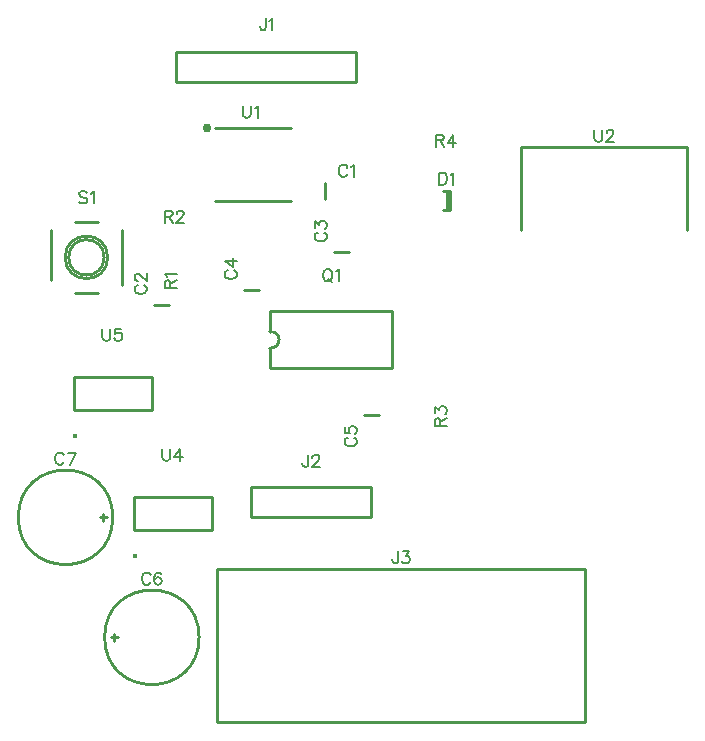
<source format=gto>
G04 DipTrace 2.4.0.2*
%INlaunchcam.GTO*%
%MOIN*%
%ADD10C,0.0098*%
%ADD21C,0.0295*%
%ADD26C,0.0154*%
%ADD73C,0.0062*%
%FSLAX44Y44*%
G04*
G70*
G90*
G75*
G01*
%LNTopSilk*%
%LPD*%
X15959Y25115D2*
D10*
Y25626D1*
X10752Y21583D2*
X10241D1*
X16752Y23333D2*
X16241D1*
X13752Y22083D2*
X13241D1*
X17241Y17910D2*
X17752D1*
X11761Y10497D2*
G02X11761Y10497I-1575J0D01*
G01*
X8926Y10379D2*
Y10615D1*
X8808Y10497D2*
X9044D1*
X10997Y29997D2*
X16996D1*
Y28997D1*
X10997D1*
Y29997D1*
X13497Y15497D2*
X17497D1*
Y14497D1*
X13497D1*
Y15497D1*
X7296Y23162D2*
G02X7296Y23162I709J0D01*
G01*
X9186Y22257D2*
Y24068D1*
X8399Y24343D2*
X7611D1*
X6823Y24068D2*
Y22414D1*
X7611Y21981D2*
X8399D1*
X7414Y23162D2*
G02X7414Y23162I591J0D01*
G01*
X14812Y25028D2*
X12292D1*
X14812Y27469D2*
X12292D1*
D21*
X12026Y27479D3*
X22506Y24076D2*
D10*
Y26831D1*
X28018D1*
Y24076D1*
D26*
X9613Y13195D3*
X9603Y14087D2*
D10*
X12201D1*
X9603Y15190D2*
X12201D1*
Y14087D2*
Y15190D1*
X9603Y14087D2*
Y15190D1*
X24637Y12779D2*
Y7679D1*
Y12779D2*
X12357D1*
X24637Y7679D2*
X12357D1*
Y12779D2*
Y7679D1*
D26*
X7613Y17195D3*
X7603Y18087D2*
D10*
X10201D1*
X7603Y19190D2*
X10201D1*
Y18087D2*
Y19190D1*
X7603Y18087D2*
Y19190D1*
X5733Y14497D2*
G02X5733Y14497I1575J0D01*
G01*
X8568Y14615D2*
Y14379D1*
X8686Y14497D2*
X8449D1*
X14113Y19469D2*
X18207D1*
X14113Y21359D2*
X18207D1*
Y19469D2*
Y21359D1*
X14113Y19469D2*
Y20138D1*
Y20690D2*
Y21359D1*
Y20138D2*
G03X14113Y20690I37J276D01*
G01*
X20115Y24733D2*
X19879D1*
X20115Y25363D2*
X19879D1*
X20040D2*
Y24733D1*
X20115Y25363D2*
Y24733D1*
X16702Y26156D2*
D73*
X16683Y26194D1*
X16644Y26233D1*
X16606Y26252D1*
X16530D1*
X16491Y26233D1*
X16453Y26194D1*
X16434Y26156D1*
X16415Y26099D1*
Y26003D1*
X16434Y25946D1*
X16453Y25907D1*
X16491Y25869D1*
X16530Y25850D1*
X16606D1*
X16644Y25869D1*
X16683Y25907D1*
X16702Y25946D1*
X16825Y26175D2*
X16864Y26194D1*
X16921Y26251D1*
Y25850D1*
X9711Y22240D2*
X9673Y22221D1*
X9635Y22182D1*
X9616Y22144D1*
Y22068D1*
X9635Y22029D1*
X9673Y21991D1*
X9711Y21972D1*
X9769Y21953D1*
X9865D1*
X9922Y21972D1*
X9960Y21991D1*
X9998Y22029D1*
X10018Y22068D1*
Y22144D1*
X9998Y22182D1*
X9960Y22221D1*
X9922Y22240D1*
X9712Y22383D2*
X9693D1*
X9654Y22402D1*
X9635Y22421D1*
X9616Y22459D1*
Y22536D1*
X9635Y22574D1*
X9654Y22593D1*
X9693Y22612D1*
X9731D1*
X9769Y22593D1*
X9826Y22555D1*
X10018Y22363D1*
Y22631D1*
X15711Y23990D2*
X15673Y23971D1*
X15635Y23932D1*
X15616Y23894D1*
Y23818D1*
X15635Y23779D1*
X15673Y23741D1*
X15711Y23722D1*
X15769Y23703D1*
X15865D1*
X15922Y23722D1*
X15960Y23741D1*
X15998Y23779D1*
X16018Y23818D1*
Y23894D1*
X15998Y23932D1*
X15960Y23971D1*
X15922Y23990D1*
X15616Y24152D2*
Y24362D1*
X15769Y24247D1*
Y24305D1*
X15788Y24343D1*
X15807Y24362D1*
X15865Y24381D1*
X15903D1*
X15960Y24362D1*
X15999Y24324D1*
X16018Y24266D1*
Y24209D1*
X15999Y24152D1*
X15979Y24133D1*
X15941Y24113D1*
X12711Y22730D2*
X12673Y22711D1*
X12635Y22673D1*
X12616Y22635D1*
Y22558D1*
X12635Y22520D1*
X12673Y22482D1*
X12711Y22462D1*
X12769Y22443D1*
X12865D1*
X12922Y22462D1*
X12960Y22482D1*
X12998Y22520D1*
X13018Y22558D1*
Y22635D1*
X12998Y22673D1*
X12960Y22711D1*
X12922Y22730D1*
X13018Y23045D2*
X12616D1*
X12884Y22854D1*
Y23141D1*
X16711Y17149D2*
X16673Y17130D1*
X16635Y17092D1*
X16616Y17054D1*
Y16977D1*
X16635Y16939D1*
X16673Y16901D1*
X16711Y16881D1*
X16769Y16862D1*
X16865D1*
X16922Y16881D1*
X16960Y16901D1*
X16998Y16939D1*
X17018Y16977D1*
Y17054D1*
X16998Y17092D1*
X16960Y17130D1*
X16922Y17149D1*
X16616Y17502D2*
Y17311D1*
X16788Y17292D1*
X16769Y17311D1*
X16750Y17369D1*
Y17426D1*
X16769Y17483D1*
X16807Y17522D1*
X16865Y17541D1*
X16903D1*
X16960Y17522D1*
X16999Y17483D1*
X17018Y17426D1*
Y17369D1*
X16999Y17311D1*
X16979Y17292D1*
X16941Y17273D1*
X10143Y12562D2*
X10124Y12600D1*
X10086Y12638D1*
X10048Y12657D1*
X9971D1*
X9933Y12638D1*
X9895Y12600D1*
X9875Y12562D1*
X9856Y12504D1*
Y12408D1*
X9875Y12351D1*
X9895Y12313D1*
X9933Y12275D1*
X9971Y12255D1*
X10048D1*
X10086Y12275D1*
X10124Y12313D1*
X10143Y12351D1*
X10496Y12600D2*
X10477Y12638D1*
X10420Y12657D1*
X10382D1*
X10324Y12638D1*
X10286Y12580D1*
X10267Y12485D1*
Y12389D1*
X10286Y12313D1*
X10324Y12274D1*
X10382Y12255D1*
X10401D1*
X10458Y12274D1*
X10496Y12313D1*
X10515Y12370D1*
Y12389D1*
X10496Y12447D1*
X10458Y12485D1*
X10401Y12504D1*
X10382D1*
X10324Y12485D1*
X10286Y12447D1*
X10267Y12389D1*
X13983Y31132D2*
Y30826D1*
X13964Y30768D1*
X13944Y30749D1*
X13906Y30730D1*
X13868D1*
X13830Y30749D1*
X13811Y30768D1*
X13791Y30826D1*
Y30864D1*
X14106Y31055D2*
X14145Y31074D1*
X14202Y31131D1*
Y30730D1*
X15397Y16583D2*
Y16277D1*
X15378Y16219D1*
X15358Y16200D1*
X15320Y16181D1*
X15282D1*
X15244Y16200D1*
X15225Y16219D1*
X15205Y16277D1*
Y16315D1*
X15540Y16487D2*
Y16506D1*
X15559Y16544D1*
X15578Y16563D1*
X15616Y16582D1*
X15693D1*
X15731Y16563D1*
X15750Y16544D1*
X15769Y16506D1*
Y16468D1*
X15750Y16429D1*
X15712Y16372D1*
X15520Y16181D1*
X15788D1*
X10799Y22131D2*
Y22303D1*
X10780Y22360D1*
X10761Y22380D1*
X10723Y22399D1*
X10684D1*
X10646Y22380D1*
X10627Y22360D1*
X10608Y22303D1*
Y22131D1*
X11010D1*
X10799Y22265D2*
X11010Y22399D1*
X10685Y22522D2*
X10665Y22561D1*
X10608Y22618D1*
X11010D1*
X10608Y24521D2*
X10780D1*
X10837Y24540D1*
X10857Y24559D1*
X10876Y24597D1*
Y24636D1*
X10857Y24674D1*
X10837Y24693D1*
X10780Y24712D1*
X10608D1*
Y24311D1*
X10742Y24521D2*
X10876Y24311D1*
X11019Y24616D2*
Y24635D1*
X11038Y24674D1*
X11057Y24693D1*
X11095Y24712D1*
X11172D1*
X11210Y24693D1*
X11229Y24674D1*
X11248Y24635D1*
Y24597D1*
X11229Y24559D1*
X11191Y24502D1*
X10999Y24311D1*
X11267D1*
X19807Y17541D2*
Y17713D1*
X19788Y17771D1*
X19769Y17790D1*
X19731Y17809D1*
X19692D1*
X19654Y17790D1*
X19635Y17771D1*
X19616Y17713D1*
Y17541D1*
X20018D1*
X19807Y17675D2*
X20018Y17809D1*
X19616Y17971D2*
Y18181D1*
X19769Y18066D1*
Y18124D1*
X19788Y18162D1*
X19807Y18181D1*
X19865Y18200D1*
X19903D1*
X19960Y18181D1*
X19999Y18143D1*
X20018Y18085D1*
Y18028D1*
X19999Y17971D1*
X19979Y17952D1*
X19941Y17932D1*
X8029Y25305D2*
X7991Y25343D1*
X7933Y25362D1*
X7857D1*
X7799Y25343D1*
X7761Y25305D1*
Y25267D1*
X7780Y25228D1*
X7799Y25209D1*
X7837Y25190D1*
X7952Y25152D1*
X7991Y25133D1*
X8010Y25113D1*
X8029Y25075D1*
Y25018D1*
X7991Y24980D1*
X7933Y24960D1*
X7857D1*
X7799Y24980D1*
X7761Y25018D1*
X8152Y25285D2*
X8191Y25305D1*
X8248Y25362D1*
Y24960D1*
X13221Y28212D2*
Y27925D1*
X13240Y27868D1*
X13278Y27830D1*
X13336Y27811D1*
X13374D1*
X13431Y27830D1*
X13469Y27868D1*
X13488Y27925D1*
Y28212D1*
X13612Y28135D2*
X13650Y28155D1*
X13708Y28212D1*
Y27811D1*
X24932Y27417D2*
Y27130D1*
X24951Y27073D1*
X24990Y27035D1*
X25047Y27015D1*
X25085D1*
X25143Y27035D1*
X25181Y27073D1*
X25200Y27130D1*
Y27417D1*
X25343Y27321D2*
Y27340D1*
X25362Y27379D1*
X25381Y27398D1*
X25420Y27417D1*
X25496D1*
X25534Y27398D1*
X25553Y27379D1*
X25573Y27340D1*
Y27302D1*
X25553Y27264D1*
X25515Y27207D1*
X25324Y27015D1*
X25592D1*
X10530Y16789D2*
Y16502D1*
X10549Y16445D1*
X10587Y16407D1*
X10645Y16387D1*
X10683D1*
X10740Y16407D1*
X10779Y16445D1*
X10798Y16502D1*
Y16789D1*
X11113Y16387D2*
Y16789D1*
X10921Y16521D1*
X11208D1*
X18397Y13365D2*
Y13059D1*
X18378Y13001D1*
X18358Y12982D1*
X18320Y12963D1*
X18282D1*
X18244Y12982D1*
X18225Y13001D1*
X18205Y13059D1*
Y13097D1*
X18559Y13364D2*
X18769D1*
X18654Y13211D1*
X18712D1*
X18750Y13192D1*
X18769Y13173D1*
X18788Y13116D1*
Y13078D1*
X18769Y13020D1*
X18731Y12982D1*
X18673Y12963D1*
X18616D1*
X18559Y12982D1*
X18540Y13001D1*
X18520Y13039D1*
X8539Y20789D2*
Y20502D1*
X8558Y20445D1*
X8597Y20407D1*
X8654Y20387D1*
X8692D1*
X8750Y20407D1*
X8788Y20445D1*
X8807Y20502D1*
Y20789D1*
X9160D2*
X8969D1*
X8950Y20617D1*
X8969Y20636D1*
X9027Y20655D1*
X9084D1*
X9141Y20636D1*
X9180Y20598D1*
X9199Y20540D1*
Y20502D1*
X9180Y20445D1*
X9141Y20406D1*
X9084Y20387D1*
X9027D1*
X8969Y20406D1*
X8950Y20426D1*
X8931Y20464D1*
X7255Y16562D2*
X7236Y16600D1*
X7198Y16638D1*
X7160Y16657D1*
X7084D1*
X7045Y16638D1*
X7007Y16600D1*
X6988Y16562D1*
X6969Y16504D1*
Y16408D1*
X6988Y16351D1*
X7007Y16313D1*
X7045Y16275D1*
X7084Y16255D1*
X7160D1*
X7198Y16275D1*
X7236Y16313D1*
X7255Y16351D1*
X7456Y16255D2*
X7647Y16657D1*
X7379D1*
X16012Y22772D2*
X15974Y22753D1*
X15936Y22715D1*
X15917Y22676D1*
X15897Y22619D1*
Y22523D1*
X15917Y22466D1*
X15936Y22428D1*
X15974Y22389D1*
X16012Y22370D1*
X16089D1*
X16127Y22389D1*
X16165Y22428D1*
X16184Y22466D1*
X16204Y22523D1*
Y22619D1*
X16184Y22676D1*
X16165Y22715D1*
X16127Y22753D1*
X16089Y22772D1*
X16012D1*
X16070Y22447D2*
X16184Y22332D1*
X16327Y22695D2*
X16366Y22714D1*
X16423Y22771D1*
Y22370D1*
X19753Y25988D2*
Y25586D1*
X19887D1*
X19944Y25606D1*
X19983Y25644D1*
X20002Y25682D1*
X20021Y25739D1*
Y25835D1*
X20002Y25893D1*
X19983Y25931D1*
X19944Y25969D1*
X19887Y25988D1*
X19753D1*
X20144Y25911D2*
X20183Y25931D1*
X20240Y25988D1*
Y25586D1*
X19658Y27060D2*
X19830D1*
X19887Y27080D1*
X19906Y27099D1*
X19925Y27137D1*
Y27175D1*
X19906Y27213D1*
X19887Y27233D1*
X19830Y27252D1*
X19658D1*
Y26850D1*
X19791Y27060D2*
X19925Y26850D1*
X20240D2*
Y27251D1*
X20049Y26984D1*
X20336D1*
M02*

</source>
